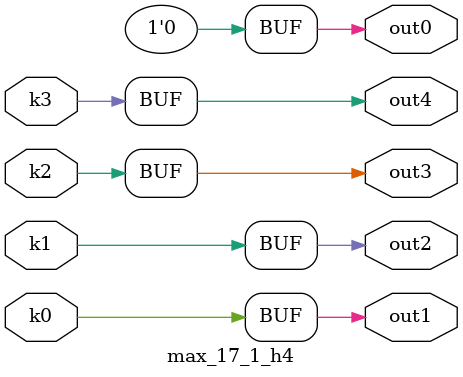
<source format=v>
module max_17_1(pi00, pi01, pi02, pi03, pi04, pi05, pi06, pi07, pi08, pi09, po0, po1, po2, po3, po4);
input pi00, pi01, pi02, pi03, pi04, pi05, pi06, pi07, pi08, pi09;
output po0, po1, po2, po3, po4;
wire k0, k1, k2, k3;
max_17_1_w4 DUT1 (pi00, pi01, pi02, pi03, pi04, pi05, pi06, pi07, pi08, pi09, k0, k1, k2, k3);
max_17_1_h4 DUT2 (k0, k1, k2, k3, po0, po1, po2, po3, po4);
endmodule

module max_17_1_w4(in9, in8, in7, in6, in5, in4, in3, in2, in1, in0, k3, k2, k1, k0);
input in9, in8, in7, in6, in5, in4, in3, in2, in1, in0;
output k3, k2, k1, k0;
assign k0 =   in4 ? in5 : in0;
assign k1 =   in4 ? in6 : in1;
assign k2 =   in4 ? in8 : in2;
assign k3 =   (((in8 & (~in7 | ~in2)) | (~in7 & ~in2)) & (in5 | ~in0) & (in6 | ~in1) & (in9 | ~in3)) | ((in9 | ~in3) & ((in6 & ~in1 & (in5 | ~in0)) | (in5 & ~in0))) | (in9 & ~in3);
endmodule

module max_17_1_h4(k3, k2, k1, k0, out4, out3, out2, out1, out0);
input k3, k2, k1, k0;
output out4, out3, out2, out1, out0;
assign out0 = 0;
assign out1 = k0;
assign out2 = k1;
assign out3 = k2;
assign out4 = k3;
endmodule

</source>
